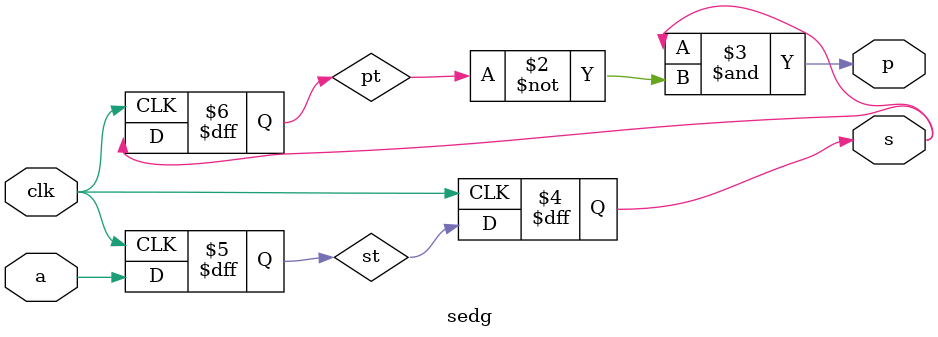
<source format=v>
module sedg (
    input clk,      // 时钟信号
    input a,       // 待处理使能信号
    output reg s,   // 同步使能信号
    output p        // 取边沿信号
);
    reg st, pt;
    always @(posedge clk) begin
        st <= a;
        s <= st;
        pt <= s;
    end
    assign p = s & ~pt;
endmodule
</source>
